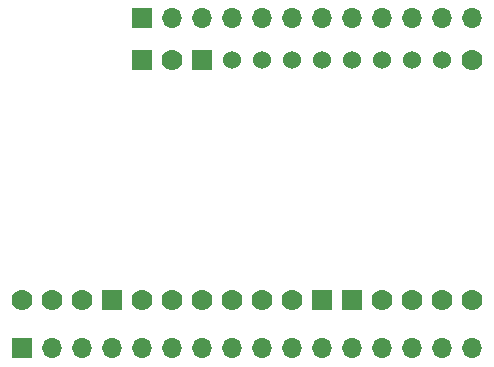
<source format=gbl>
G04 #@! TF.GenerationSoftware,KiCad,Pcbnew,(5.1.5-0-10_14)*
G04 #@! TF.CreationDate,2019-12-30T14:06:52-05:00*
G04 #@! TF.ProjectId,FeatherShim,46656174-6865-4725-9368-696d2e6b6963,rev?*
G04 #@! TF.SameCoordinates,Original*
G04 #@! TF.FileFunction,Copper,L2,Bot*
G04 #@! TF.FilePolarity,Positive*
%FSLAX46Y46*%
G04 Gerber Fmt 4.6, Leading zero omitted, Abs format (unit mm)*
G04 Created by KiCad (PCBNEW (5.1.5-0-10_14)) date 2019-12-30 14:06:52*
%MOMM*%
%LPD*%
G04 APERTURE LIST*
%ADD10R,1.700000X1.700000*%
%ADD11O,1.700000X1.700000*%
%ADD12C,1.778000*%
%ADD13C,1.524000*%
%ADD14R,1.778000X1.778000*%
G04 APERTURE END LIST*
D10*
X136370000Y-117550000D03*
D11*
X138910000Y-117550000D03*
X141450000Y-117550000D03*
X143990000Y-117550000D03*
X146530000Y-117550000D03*
X149070000Y-117550000D03*
X151610000Y-117550000D03*
X154150000Y-117550000D03*
X156690000Y-117550000D03*
X159230000Y-117550000D03*
X161770000Y-117550000D03*
X164310000Y-117550000D03*
X166850000Y-117550000D03*
X169390000Y-117550000D03*
X171930000Y-117550000D03*
X174470000Y-117550000D03*
D10*
X146530000Y-89610000D03*
D11*
X149070000Y-89610000D03*
X151610000Y-89610000D03*
X154150000Y-89610000D03*
X156690000Y-89610000D03*
X159230000Y-89610000D03*
X161770000Y-89610000D03*
X164310000Y-89610000D03*
X166850000Y-89610000D03*
X169390000Y-89610000D03*
X171930000Y-89610000D03*
X174470000Y-89610000D03*
D12*
X149072600Y-93167200D03*
D13*
X154152600Y-93167200D03*
X156692600Y-93167200D03*
X159232600Y-93167200D03*
X161772600Y-93167200D03*
X164312600Y-93167200D03*
X166852600Y-93167200D03*
X169392600Y-93167200D03*
X171932600Y-93167200D03*
D12*
X174472600Y-93167200D03*
X174472600Y-113487200D03*
X171932600Y-113487200D03*
X169392600Y-113487200D03*
X166852600Y-113487200D03*
X159232600Y-113487200D03*
X156692600Y-113487200D03*
X154152600Y-113487200D03*
X151612600Y-113487200D03*
X149072600Y-113487200D03*
X146532600Y-113487200D03*
X141452600Y-113487200D03*
X138912600Y-113487200D03*
X136372600Y-113487200D03*
D14*
X164312600Y-113487200D03*
X161772600Y-113487200D03*
X151612600Y-93167200D03*
X146532600Y-93167200D03*
X143992600Y-113487200D03*
M02*

</source>
